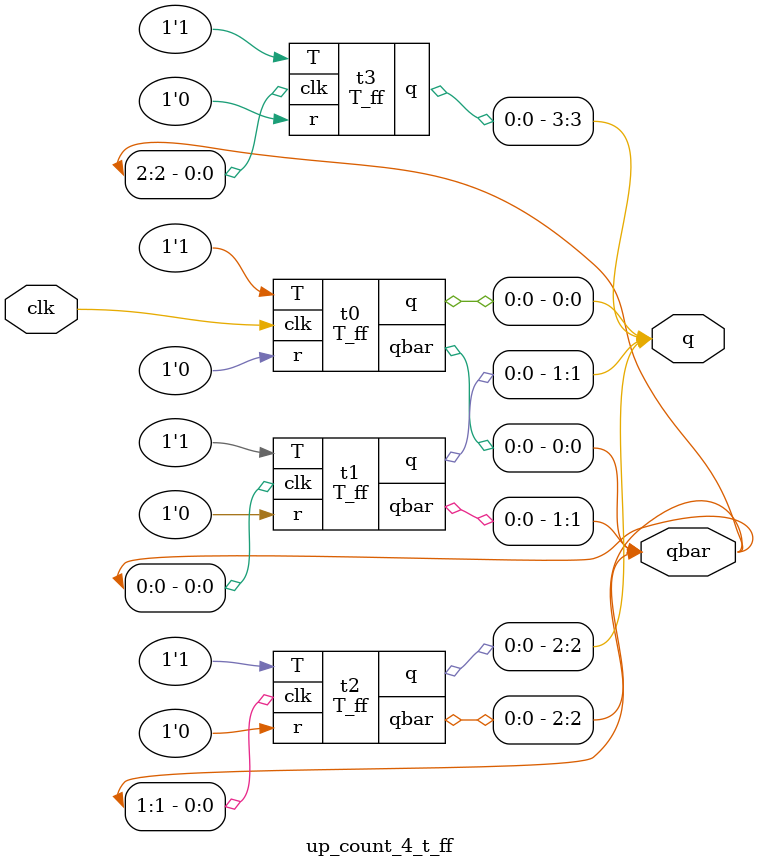
<source format=v>
`timescale 1ns / 1ps

module T_ff(
    input clk, T, r,
    output reg q,
    output qbar
);

always @(posedge clk) begin
    if (r)
        q <= 0;
    else if (T)
        q <= ~q;
end

assign qbar = ~q;

endmodule

module up_count_4_t_ff(
input clk,
output [3 : 0] q,
output [3 : 0] qbar
    );
    T_ff t0 (.clk(clk), .T(1), .r(0), .q(q[0]), .qbar(qbar[0]));
    T_ff t1 (.clk(qbar[0]), .T(1), .r(0), .q(q[1]), .qbar(qbar[1]));
    T_ff t2 (.clk(qbar[1]), .T(1), .r(0), .q(q[2]), .qbar(qbar[2]));
    T_ff t3 (.clk(qbar[2]), .T(1), .r(0), .q(q[3]));
    
endmodule

</source>
